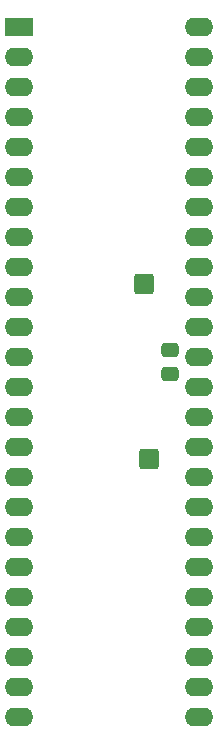
<source format=gbr>
%TF.GenerationSoftware,KiCad,Pcbnew,8.0.3*%
%TF.CreationDate,2024-11-10T13:10:44-08:00*%
%TF.ProjectId,LCSP072rev2,4c435350-3037-4327-9265-76322e6b6963,rev?*%
%TF.SameCoordinates,Original*%
%TF.FileFunction,Soldermask,Bot*%
%TF.FilePolarity,Negative*%
%FSLAX46Y46*%
G04 Gerber Fmt 4.6, Leading zero omitted, Abs format (unit mm)*
G04 Created by KiCad (PCBNEW 8.0.3) date 2024-11-10 13:10:44*
%MOMM*%
%LPD*%
G01*
G04 APERTURE LIST*
G04 Aperture macros list*
%AMRoundRect*
0 Rectangle with rounded corners*
0 $1 Rounding radius*
0 $2 $3 $4 $5 $6 $7 $8 $9 X,Y pos of 4 corners*
0 Add a 4 corners polygon primitive as box body*
4,1,4,$2,$3,$4,$5,$6,$7,$8,$9,$2,$3,0*
0 Add four circle primitives for the rounded corners*
1,1,$1+$1,$2,$3*
1,1,$1+$1,$4,$5*
1,1,$1+$1,$6,$7*
1,1,$1+$1,$8,$9*
0 Add four rect primitives between the rounded corners*
20,1,$1+$1,$2,$3,$4,$5,0*
20,1,$1+$1,$4,$5,$6,$7,0*
20,1,$1+$1,$6,$7,$8,$9,0*
20,1,$1+$1,$8,$9,$2,$3,0*%
G04 Aperture macros list end*
%ADD10RoundRect,0.250000X-0.600000X-0.600000X0.600000X-0.600000X0.600000X0.600000X-0.600000X0.600000X0*%
%ADD11R,2.400000X1.600000*%
%ADD12O,2.400000X1.600000*%
%ADD13RoundRect,0.250000X-0.475000X0.337500X-0.475000X-0.337500X0.475000X-0.337500X0.475000X0.337500X0*%
G04 APERTURE END LIST*
D10*
%TO.C,J3*%
X132175000Y-104200000D03*
%TD*%
D11*
%TO.C,J1*%
X121208800Y-67589400D03*
D12*
X121208800Y-70129400D03*
X121208800Y-72669400D03*
X121208800Y-75209400D03*
X121208800Y-77749400D03*
X121208800Y-80289400D03*
X121208800Y-82829400D03*
X121208800Y-85369400D03*
X121208800Y-87909400D03*
X121208800Y-90449400D03*
X121208800Y-92989400D03*
X121208800Y-95529400D03*
X121208800Y-98069400D03*
X121208800Y-100609400D03*
X121208800Y-103149400D03*
X121208800Y-105689400D03*
X121208800Y-108229400D03*
X121208800Y-110769400D03*
X121208800Y-113309400D03*
X121208800Y-115849400D03*
X121208800Y-118389400D03*
X121208800Y-120929400D03*
X121208800Y-123469400D03*
X121208800Y-126009400D03*
X136448800Y-126009400D03*
X136448800Y-123469400D03*
X136448800Y-120929400D03*
X136448800Y-118389400D03*
X136448800Y-115849400D03*
X136448800Y-113309400D03*
X136448800Y-110769400D03*
X136448800Y-108229400D03*
X136448800Y-105689400D03*
X136448800Y-103149400D03*
X136448800Y-100609400D03*
X136448800Y-98069400D03*
X136448800Y-95529400D03*
X136448800Y-92989400D03*
X136448800Y-90449400D03*
X136448800Y-87909400D03*
X136448800Y-85369400D03*
X136448800Y-82829400D03*
X136448800Y-80289400D03*
X136448800Y-77749400D03*
X136448800Y-75209400D03*
X136448800Y-72669400D03*
X136448800Y-70129400D03*
X136448800Y-67589400D03*
%TD*%
D10*
%TO.C,J2*%
X131800000Y-89400000D03*
%TD*%
D13*
%TO.C,C1*%
X133950000Y-94912500D03*
X133950000Y-96987500D03*
%TD*%
M02*

</source>
